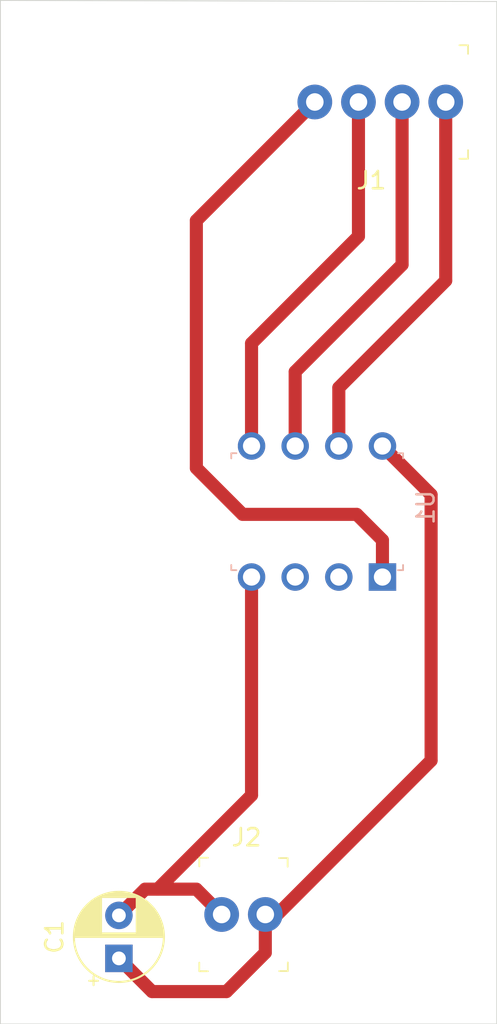
<source format=kicad_pcb>
(kicad_pcb (version 20171130) (host pcbnew "(5.1.6-0-10_14)")

  (general
    (thickness 1.6)
    (drawings 6)
    (tracks 32)
    (zones 0)
    (modules 4)
    (nets 9)
  )

  (page A4)
  (layers
    (0 F.Cu signal)
    (31 B.Cu signal)
    (32 B.Adhes user)
    (33 F.Adhes user)
    (34 B.Paste user)
    (35 F.Paste user)
    (36 B.SilkS user)
    (37 F.SilkS user)
    (38 B.Mask user)
    (39 F.Mask user)
    (40 Dwgs.User user)
    (41 Cmts.User user)
    (42 Eco1.User user)
    (43 Eco2.User user)
    (44 Edge.Cuts user)
    (45 Margin user)
    (46 B.CrtYd user)
    (47 F.CrtYd user)
    (48 B.Fab user)
    (49 F.Fab user)
  )

  (setup
    (last_trace_width 0.762)
    (user_trace_width 0.762)
    (trace_clearance 0.2)
    (zone_clearance 0.508)
    (zone_45_only no)
    (trace_min 0.2)
    (via_size 0.8)
    (via_drill 0.4)
    (via_min_size 0.4)
    (via_min_drill 0.3)
    (uvia_size 0.3)
    (uvia_drill 0.1)
    (uvias_allowed no)
    (uvia_min_size 0.2)
    (uvia_min_drill 0.1)
    (edge_width 0.05)
    (segment_width 0.2)
    (pcb_text_width 0.3)
    (pcb_text_size 1.5 1.5)
    (mod_edge_width 0.12)
    (mod_text_size 1 1)
    (mod_text_width 0.15)
    (pad_size 1.524 1.524)
    (pad_drill 0.762)
    (pad_to_mask_clearance 0.05)
    (aux_axis_origin 0 0)
    (visible_elements FFFFFF7F)
    (pcbplotparams
      (layerselection 0x01000_7fffffff)
      (usegerberextensions false)
      (usegerberattributes true)
      (usegerberadvancedattributes true)
      (creategerberjobfile true)
      (excludeedgelayer true)
      (linewidth 0.100000)
      (plotframeref false)
      (viasonmask false)
      (mode 1)
      (useauxorigin false)
      (hpglpennumber 1)
      (hpglpenspeed 20)
      (hpglpendiameter 15.000000)
      (psnegative false)
      (psa4output false)
      (plotreference true)
      (plotvalue true)
      (plotinvisibletext false)
      (padsonsilk false)
      (subtractmaskfromsilk false)
      (outputformat 1)
      (mirror false)
      (drillshape 0)
      (scaleselection 1)
      (outputdirectory "gerbers/"))
  )

  (net 0 "")
  (net 1 "Net-(C1-Pad2)")
  (net 2 "Net-(C1-Pad1)")
  (net 3 "Net-(J1-Pad4)")
  (net 4 "Net-(J1-Pad3)")
  (net 5 "Net-(J1-Pad2)")
  (net 6 "Net-(J1-Pad1)")
  (net 7 "Net-(U1-Pad3)")
  (net 8 "Net-(U1-Pad2)")

  (net_class Default "This is the default net class."
    (clearance 0.2)
    (trace_width 0.25)
    (via_dia 0.8)
    (via_drill 0.4)
    (uvia_dia 0.3)
    (uvia_drill 0.1)
    (add_net "Net-(C1-Pad1)")
    (add_net "Net-(C1-Pad2)")
    (add_net "Net-(J1-Pad1)")
    (add_net "Net-(J1-Pad2)")
    (add_net "Net-(J1-Pad3)")
    (add_net "Net-(J1-Pad4)")
    (add_net "Net-(U1-Pad2)")
    (add_net "Net-(U1-Pad3)")
  )

  (module digikey-footprints:DIP-8_W7.62mm (layer B.Cu) (tedit 5B86B3A2) (tstamp 5F3EE34C)
    (at 29.5783 -13.8049 90)
    (descr http://media.digikey.com/pdf/Data%20Sheets/Lite-On%20PDFs/6N137%20Series.pdf)
    (path /5F3EE661)
    (fp_text reference U1 (at 4.05 2.52 90) (layer B.SilkS)
      (effects (font (size 1 1) (thickness 0.15)) (justify mirror))
    )
    (fp_text value ATTINY85-20PU (at 3.94 -10.33 90) (layer B.Fab)
      (effects (font (size 1 1) (thickness 0.15)) (justify mirror))
    )
    (fp_text user REF** (at 3.94 -3.49 180) (layer B.Fab)
      (effects (font (size 1 1) (thickness 0.1)) (justify mirror))
    )
    (fp_line (start -1.05 -8.89) (end 8.67 -8.89) (layer B.CrtYd) (width 0.1))
    (fp_line (start -1.05 1.29) (end -1.05 -8.89) (layer B.CrtYd) (width 0.1))
    (fp_line (start 8.67 1.29) (end 8.67 -8.89) (layer B.CrtYd) (width 0.1))
    (fp_line (start -1.05 1.29) (end 8.67 1.29) (layer B.CrtYd) (width 0.1))
    (fp_line (start 0.4 0.9) (end 0.4 1.2) (layer B.SilkS) (width 0.1))
    (fp_line (start 0.4 1.2) (end 0.7 1.2) (layer B.SilkS) (width 0.1))
    (fp_line (start 7.2 0.9) (end 7.2 1.2) (layer B.SilkS) (width 0.1))
    (fp_line (start 7.2 1.2) (end 6.9 1.2) (layer B.SilkS) (width 0.1))
    (fp_line (start 7.2 -8.5) (end 7.2 -8.8) (layer B.SilkS) (width 0.1))
    (fp_line (start 7.2 -8.8) (end 6.9 -8.8) (layer B.SilkS) (width 0.1))
    (fp_line (start 0.4 -8.5) (end 0.4 -8.8) (layer B.SilkS) (width 0.1))
    (fp_line (start 0.4 -8.8) (end 0.7 -8.8) (layer B.SilkS) (width 0.1))
    (fp_line (start 0.55 -8.64) (end 7.05 -8.64) (layer B.Fab) (width 0.1))
    (fp_line (start 0.55 1.04) (end 7.05 1.04) (layer B.Fab) (width 0.1))
    (fp_line (start 7.05 1.04) (end 7.05 -8.64) (layer B.Fab) (width 0.1))
    (fp_line (start 0.55 1.04) (end 0.55 -8.64) (layer B.Fab) (width 0.1))
    (pad 8 thru_hole circle (at 7.62 0 90) (size 1.6 1.6) (drill 1) (layers *.Cu *.Mask)
      (net 2 "Net-(C1-Pad1)"))
    (pad 7 thru_hole circle (at 7.62 -2.54 90) (size 1.6 1.6) (drill 1) (layers *.Cu *.Mask)
      (net 6 "Net-(J1-Pad1)"))
    (pad 6 thru_hole circle (at 7.62 -5.08 90) (size 1.6 1.6) (drill 1) (layers *.Cu *.Mask)
      (net 5 "Net-(J1-Pad2)"))
    (pad 5 thru_hole circle (at 7.62 -7.62 90) (size 1.6 1.6) (drill 1) (layers *.Cu *.Mask)
      (net 4 "Net-(J1-Pad3)"))
    (pad 4 thru_hole circle (at 0 -7.62 90) (size 1.6 1.6) (drill 1) (layers *.Cu *.Mask)
      (net 1 "Net-(C1-Pad2)"))
    (pad 3 thru_hole circle (at 0 -5.08 90) (size 1.6 1.6) (drill 1) (layers *.Cu *.Mask)
      (net 7 "Net-(U1-Pad3)"))
    (pad 2 thru_hole circle (at 0 -2.54 90) (size 1.6 1.6) (drill 1) (layers *.Cu *.Mask)
      (net 8 "Net-(U1-Pad2)"))
    (pad 1 thru_hole rect (at 0 0 90) (size 1.6 1.6) (drill 1) (layers *.Cu *.Mask)
      (net 3 "Net-(J1-Pad4)"))
    (model ${KISYS3DMOD}/Housings_DIP.3dshapes/DIP-8_W7.62mm.wrl
      (at (xyz 0 0 0))
      (scale (xyz 1 1 1))
      (rotate (xyz 0 0 0))
    )
  )

  (module digikey-footprints:PinHeader_1x2_P2.54mm_Drill1.02mm (layer F.Cu) (tedit 5A4BC55F) (tstamp 5F3EFB0E)
    (at 20.2184 5.8166)
    (descr http://www.molex.com/pdm_docs/sd/022232031_sd.pdf)
    (path /5F3F1619)
    (fp_text reference J2 (at 1.45 -4.48) (layer F.SilkS)
      (effects (font (size 1 1) (thickness 0.15)))
    )
    (fp_text value 22-23-2021 (at 1.23 4.72) (layer F.Fab)
      (effects (font (size 1 1) (thickness 0.15)))
    )
    (fp_text user %R (at 1.25 0.03 180) (layer F.Fab)
      (effects (font (size 1 1) (thickness 0.15)))
    )
    (fp_line (start 3.98 3.42) (end -1.45 3.42) (layer F.CrtYd) (width 0.05))
    (fp_line (start -1.45 -3.42) (end -1.45 3.42) (layer F.CrtYd) (width 0.05))
    (fp_line (start 3.98 -3.42) (end 3.98 3.42) (layer F.CrtYd) (width 0.05))
    (fp_line (start 3.98 -3.42) (end -1.45 -3.42) (layer F.CrtYd) (width 0.05))
    (fp_line (start 3.84 -3.28) (end 3.84 -2.78) (layer F.SilkS) (width 0.1))
    (fp_line (start 3.84 -3.28) (end 3.34 -3.28) (layer F.SilkS) (width 0.1))
    (fp_line (start -1.3 -3.3) (end -1.3 -2.8) (layer F.SilkS) (width 0.1))
    (fp_line (start -1.3 -3.3) (end -0.8 -3.3) (layer F.SilkS) (width 0.1))
    (fp_line (start -1.3 3.3) (end -1.3 2.8) (layer F.SilkS) (width 0.1))
    (fp_line (start -1.3 3.3) (end -0.8 3.3) (layer F.SilkS) (width 0.1))
    (fp_line (start 3.85 3.29) (end 3.85 2.79) (layer F.SilkS) (width 0.1))
    (fp_line (start 3.85 3.29) (end 3.35 3.29) (layer F.SilkS) (width 0.1))
    (fp_line (start -1.2 3.17) (end 3.73 3.17) (layer F.Fab) (width 0.1))
    (fp_line (start 3.73 -3.17) (end 3.73 3.17) (layer F.Fab) (width 0.1))
    (fp_line (start -1.2 -3.17) (end -1.2 3.17) (layer F.Fab) (width 0.1))
    (fp_line (start -1.2 -3.17) (end 3.73 -3.17) (layer F.Fab) (width 0.1))
    (pad 2 thru_hole circle (at 2.54 0) (size 2.02 2.02) (drill 1.02) (layers *.Cu *.Mask)
      (net 2 "Net-(C1-Pad1)"))
    (pad 1 thru_hole circle (at 0 0) (size 2.02 2.02) (drill 1.02) (layers *.Cu *.Mask)
      (net 1 "Net-(C1-Pad2)"))
  )

  (module digikey-footprints:PinHeader_1x4_P2.54mm_Drill1.02mm (layer F.Cu) (tedit 5A43C936) (tstamp 5F3EE318)
    (at 33.2613 -41.4274 180)
    (descr http://www.molex.com/pdm_docs/sd/022232031_sd.pdf)
    (path /5F3EF266)
    (fp_text reference J1 (at 4.33 -4.56) (layer F.SilkS)
      (effects (font (size 1 1) (thickness 0.15)))
    )
    (fp_text value 0022232041 (at 4.08 4.52) (layer F.Fab)
      (effects (font (size 1 1) (thickness 0.15)))
    )
    (fp_text user %R (at 4.17 0) (layer F.Fab)
      (effects (font (size 1 1) (thickness 0.15)))
    )
    (fp_line (start 9.06 -3.42) (end 9.06 3.42) (layer F.CrtYd) (width 0.05))
    (fp_line (start 8.81 -3.17) (end 8.81 3.17) (layer F.Fab) (width 0.1))
    (fp_line (start -1.2 3.17) (end 8.81 3.17) (layer F.Fab) (width 0.1))
    (fp_line (start 9.06 3.42) (end -1.45 3.42) (layer F.CrtYd) (width 0.05))
    (fp_line (start -1.45 -3.42) (end -1.45 3.42) (layer F.CrtYd) (width 0.05))
    (fp_line (start 9.06 -3.42) (end -1.45 -3.42) (layer F.CrtYd) (width 0.05))
    (fp_line (start -1.3 -3.3) (end -1.3 -2.8) (layer F.SilkS) (width 0.1))
    (fp_line (start -1.3 -3.3) (end -0.8 -3.3) (layer F.SilkS) (width 0.1))
    (fp_line (start -1.3 3.3) (end -1.3 2.8) (layer F.SilkS) (width 0.1))
    (fp_line (start -1.3 3.3) (end -0.8 3.3) (layer F.SilkS) (width 0.1))
    (fp_line (start -1.2 -3.17) (end -1.2 3.17) (layer F.Fab) (width 0.1))
    (fp_line (start -1.2 -3.17) (end 8.81 -3.17) (layer F.Fab) (width 0.1))
    (pad 4 thru_hole circle (at 7.62 0 180) (size 2.02 2.02) (drill 1.02) (layers *.Cu *.Mask)
      (net 3 "Net-(J1-Pad4)"))
    (pad 3 thru_hole circle (at 5.08 0 180) (size 2.02 2.02) (drill 1.02) (layers *.Cu *.Mask)
      (net 4 "Net-(J1-Pad3)"))
    (pad 2 thru_hole circle (at 2.54 0 180) (size 2.02 2.02) (drill 1.02) (layers *.Cu *.Mask)
      (net 5 "Net-(J1-Pad2)"))
    (pad 1 thru_hole circle (at 0 0 180) (size 2.02 2.02) (drill 1.02) (layers *.Cu *.Mask)
      (net 6 "Net-(J1-Pad1)"))
  )

  (module Capacitor_THT:CP_Radial_D5.0mm_P2.50mm (layer F.Cu) (tedit 5AE50EF0) (tstamp 5F3EE303)
    (at 14.2367 8.3693 90)
    (descr "CP, Radial series, Radial, pin pitch=2.50mm, , diameter=5mm, Electrolytic Capacitor")
    (tags "CP Radial series Radial pin pitch 2.50mm  diameter 5mm Electrolytic Capacitor")
    (path /5F3F7A0E)
    (fp_text reference C1 (at 1.25 -3.75 90) (layer F.SilkS)
      (effects (font (size 1 1) (thickness 0.15)))
    )
    (fp_text value CP (at 1.25 3.75 90) (layer F.Fab)
      (effects (font (size 1 1) (thickness 0.15)))
    )
    (fp_text user %R (at 1.25 0 90) (layer F.Fab)
      (effects (font (size 1 1) (thickness 0.15)))
    )
    (fp_circle (center 1.25 0) (end 3.75 0) (layer F.Fab) (width 0.1))
    (fp_circle (center 1.25 0) (end 3.87 0) (layer F.SilkS) (width 0.12))
    (fp_circle (center 1.25 0) (end 4 0) (layer F.CrtYd) (width 0.05))
    (fp_line (start -0.883605 -1.0875) (end -0.383605 -1.0875) (layer F.Fab) (width 0.1))
    (fp_line (start -0.633605 -1.3375) (end -0.633605 -0.8375) (layer F.Fab) (width 0.1))
    (fp_line (start 1.25 -2.58) (end 1.25 2.58) (layer F.SilkS) (width 0.12))
    (fp_line (start 1.29 -2.58) (end 1.29 2.58) (layer F.SilkS) (width 0.12))
    (fp_line (start 1.33 -2.579) (end 1.33 2.579) (layer F.SilkS) (width 0.12))
    (fp_line (start 1.37 -2.578) (end 1.37 2.578) (layer F.SilkS) (width 0.12))
    (fp_line (start 1.41 -2.576) (end 1.41 2.576) (layer F.SilkS) (width 0.12))
    (fp_line (start 1.45 -2.573) (end 1.45 2.573) (layer F.SilkS) (width 0.12))
    (fp_line (start 1.49 -2.569) (end 1.49 -1.04) (layer F.SilkS) (width 0.12))
    (fp_line (start 1.49 1.04) (end 1.49 2.569) (layer F.SilkS) (width 0.12))
    (fp_line (start 1.53 -2.565) (end 1.53 -1.04) (layer F.SilkS) (width 0.12))
    (fp_line (start 1.53 1.04) (end 1.53 2.565) (layer F.SilkS) (width 0.12))
    (fp_line (start 1.57 -2.561) (end 1.57 -1.04) (layer F.SilkS) (width 0.12))
    (fp_line (start 1.57 1.04) (end 1.57 2.561) (layer F.SilkS) (width 0.12))
    (fp_line (start 1.61 -2.556) (end 1.61 -1.04) (layer F.SilkS) (width 0.12))
    (fp_line (start 1.61 1.04) (end 1.61 2.556) (layer F.SilkS) (width 0.12))
    (fp_line (start 1.65 -2.55) (end 1.65 -1.04) (layer F.SilkS) (width 0.12))
    (fp_line (start 1.65 1.04) (end 1.65 2.55) (layer F.SilkS) (width 0.12))
    (fp_line (start 1.69 -2.543) (end 1.69 -1.04) (layer F.SilkS) (width 0.12))
    (fp_line (start 1.69 1.04) (end 1.69 2.543) (layer F.SilkS) (width 0.12))
    (fp_line (start 1.73 -2.536) (end 1.73 -1.04) (layer F.SilkS) (width 0.12))
    (fp_line (start 1.73 1.04) (end 1.73 2.536) (layer F.SilkS) (width 0.12))
    (fp_line (start 1.77 -2.528) (end 1.77 -1.04) (layer F.SilkS) (width 0.12))
    (fp_line (start 1.77 1.04) (end 1.77 2.528) (layer F.SilkS) (width 0.12))
    (fp_line (start 1.81 -2.52) (end 1.81 -1.04) (layer F.SilkS) (width 0.12))
    (fp_line (start 1.81 1.04) (end 1.81 2.52) (layer F.SilkS) (width 0.12))
    (fp_line (start 1.85 -2.511) (end 1.85 -1.04) (layer F.SilkS) (width 0.12))
    (fp_line (start 1.85 1.04) (end 1.85 2.511) (layer F.SilkS) (width 0.12))
    (fp_line (start 1.89 -2.501) (end 1.89 -1.04) (layer F.SilkS) (width 0.12))
    (fp_line (start 1.89 1.04) (end 1.89 2.501) (layer F.SilkS) (width 0.12))
    (fp_line (start 1.93 -2.491) (end 1.93 -1.04) (layer F.SilkS) (width 0.12))
    (fp_line (start 1.93 1.04) (end 1.93 2.491) (layer F.SilkS) (width 0.12))
    (fp_line (start 1.971 -2.48) (end 1.971 -1.04) (layer F.SilkS) (width 0.12))
    (fp_line (start 1.971 1.04) (end 1.971 2.48) (layer F.SilkS) (width 0.12))
    (fp_line (start 2.011 -2.468) (end 2.011 -1.04) (layer F.SilkS) (width 0.12))
    (fp_line (start 2.011 1.04) (end 2.011 2.468) (layer F.SilkS) (width 0.12))
    (fp_line (start 2.051 -2.455) (end 2.051 -1.04) (layer F.SilkS) (width 0.12))
    (fp_line (start 2.051 1.04) (end 2.051 2.455) (layer F.SilkS) (width 0.12))
    (fp_line (start 2.091 -2.442) (end 2.091 -1.04) (layer F.SilkS) (width 0.12))
    (fp_line (start 2.091 1.04) (end 2.091 2.442) (layer F.SilkS) (width 0.12))
    (fp_line (start 2.131 -2.428) (end 2.131 -1.04) (layer F.SilkS) (width 0.12))
    (fp_line (start 2.131 1.04) (end 2.131 2.428) (layer F.SilkS) (width 0.12))
    (fp_line (start 2.171 -2.414) (end 2.171 -1.04) (layer F.SilkS) (width 0.12))
    (fp_line (start 2.171 1.04) (end 2.171 2.414) (layer F.SilkS) (width 0.12))
    (fp_line (start 2.211 -2.398) (end 2.211 -1.04) (layer F.SilkS) (width 0.12))
    (fp_line (start 2.211 1.04) (end 2.211 2.398) (layer F.SilkS) (width 0.12))
    (fp_line (start 2.251 -2.382) (end 2.251 -1.04) (layer F.SilkS) (width 0.12))
    (fp_line (start 2.251 1.04) (end 2.251 2.382) (layer F.SilkS) (width 0.12))
    (fp_line (start 2.291 -2.365) (end 2.291 -1.04) (layer F.SilkS) (width 0.12))
    (fp_line (start 2.291 1.04) (end 2.291 2.365) (layer F.SilkS) (width 0.12))
    (fp_line (start 2.331 -2.348) (end 2.331 -1.04) (layer F.SilkS) (width 0.12))
    (fp_line (start 2.331 1.04) (end 2.331 2.348) (layer F.SilkS) (width 0.12))
    (fp_line (start 2.371 -2.329) (end 2.371 -1.04) (layer F.SilkS) (width 0.12))
    (fp_line (start 2.371 1.04) (end 2.371 2.329) (layer F.SilkS) (width 0.12))
    (fp_line (start 2.411 -2.31) (end 2.411 -1.04) (layer F.SilkS) (width 0.12))
    (fp_line (start 2.411 1.04) (end 2.411 2.31) (layer F.SilkS) (width 0.12))
    (fp_line (start 2.451 -2.29) (end 2.451 -1.04) (layer F.SilkS) (width 0.12))
    (fp_line (start 2.451 1.04) (end 2.451 2.29) (layer F.SilkS) (width 0.12))
    (fp_line (start 2.491 -2.268) (end 2.491 -1.04) (layer F.SilkS) (width 0.12))
    (fp_line (start 2.491 1.04) (end 2.491 2.268) (layer F.SilkS) (width 0.12))
    (fp_line (start 2.531 -2.247) (end 2.531 -1.04) (layer F.SilkS) (width 0.12))
    (fp_line (start 2.531 1.04) (end 2.531 2.247) (layer F.SilkS) (width 0.12))
    (fp_line (start 2.571 -2.224) (end 2.571 -1.04) (layer F.SilkS) (width 0.12))
    (fp_line (start 2.571 1.04) (end 2.571 2.224) (layer F.SilkS) (width 0.12))
    (fp_line (start 2.611 -2.2) (end 2.611 -1.04) (layer F.SilkS) (width 0.12))
    (fp_line (start 2.611 1.04) (end 2.611 2.2) (layer F.SilkS) (width 0.12))
    (fp_line (start 2.651 -2.175) (end 2.651 -1.04) (layer F.SilkS) (width 0.12))
    (fp_line (start 2.651 1.04) (end 2.651 2.175) (layer F.SilkS) (width 0.12))
    (fp_line (start 2.691 -2.149) (end 2.691 -1.04) (layer F.SilkS) (width 0.12))
    (fp_line (start 2.691 1.04) (end 2.691 2.149) (layer F.SilkS) (width 0.12))
    (fp_line (start 2.731 -2.122) (end 2.731 -1.04) (layer F.SilkS) (width 0.12))
    (fp_line (start 2.731 1.04) (end 2.731 2.122) (layer F.SilkS) (width 0.12))
    (fp_line (start 2.771 -2.095) (end 2.771 -1.04) (layer F.SilkS) (width 0.12))
    (fp_line (start 2.771 1.04) (end 2.771 2.095) (layer F.SilkS) (width 0.12))
    (fp_line (start 2.811 -2.065) (end 2.811 -1.04) (layer F.SilkS) (width 0.12))
    (fp_line (start 2.811 1.04) (end 2.811 2.065) (layer F.SilkS) (width 0.12))
    (fp_line (start 2.851 -2.035) (end 2.851 -1.04) (layer F.SilkS) (width 0.12))
    (fp_line (start 2.851 1.04) (end 2.851 2.035) (layer F.SilkS) (width 0.12))
    (fp_line (start 2.891 -2.004) (end 2.891 -1.04) (layer F.SilkS) (width 0.12))
    (fp_line (start 2.891 1.04) (end 2.891 2.004) (layer F.SilkS) (width 0.12))
    (fp_line (start 2.931 -1.971) (end 2.931 -1.04) (layer F.SilkS) (width 0.12))
    (fp_line (start 2.931 1.04) (end 2.931 1.971) (layer F.SilkS) (width 0.12))
    (fp_line (start 2.971 -1.937) (end 2.971 -1.04) (layer F.SilkS) (width 0.12))
    (fp_line (start 2.971 1.04) (end 2.971 1.937) (layer F.SilkS) (width 0.12))
    (fp_line (start 3.011 -1.901) (end 3.011 -1.04) (layer F.SilkS) (width 0.12))
    (fp_line (start 3.011 1.04) (end 3.011 1.901) (layer F.SilkS) (width 0.12))
    (fp_line (start 3.051 -1.864) (end 3.051 -1.04) (layer F.SilkS) (width 0.12))
    (fp_line (start 3.051 1.04) (end 3.051 1.864) (layer F.SilkS) (width 0.12))
    (fp_line (start 3.091 -1.826) (end 3.091 -1.04) (layer F.SilkS) (width 0.12))
    (fp_line (start 3.091 1.04) (end 3.091 1.826) (layer F.SilkS) (width 0.12))
    (fp_line (start 3.131 -1.785) (end 3.131 -1.04) (layer F.SilkS) (width 0.12))
    (fp_line (start 3.131 1.04) (end 3.131 1.785) (layer F.SilkS) (width 0.12))
    (fp_line (start 3.171 -1.743) (end 3.171 -1.04) (layer F.SilkS) (width 0.12))
    (fp_line (start 3.171 1.04) (end 3.171 1.743) (layer F.SilkS) (width 0.12))
    (fp_line (start 3.211 -1.699) (end 3.211 -1.04) (layer F.SilkS) (width 0.12))
    (fp_line (start 3.211 1.04) (end 3.211 1.699) (layer F.SilkS) (width 0.12))
    (fp_line (start 3.251 -1.653) (end 3.251 -1.04) (layer F.SilkS) (width 0.12))
    (fp_line (start 3.251 1.04) (end 3.251 1.653) (layer F.SilkS) (width 0.12))
    (fp_line (start 3.291 -1.605) (end 3.291 -1.04) (layer F.SilkS) (width 0.12))
    (fp_line (start 3.291 1.04) (end 3.291 1.605) (layer F.SilkS) (width 0.12))
    (fp_line (start 3.331 -1.554) (end 3.331 -1.04) (layer F.SilkS) (width 0.12))
    (fp_line (start 3.331 1.04) (end 3.331 1.554) (layer F.SilkS) (width 0.12))
    (fp_line (start 3.371 -1.5) (end 3.371 -1.04) (layer F.SilkS) (width 0.12))
    (fp_line (start 3.371 1.04) (end 3.371 1.5) (layer F.SilkS) (width 0.12))
    (fp_line (start 3.411 -1.443) (end 3.411 -1.04) (layer F.SilkS) (width 0.12))
    (fp_line (start 3.411 1.04) (end 3.411 1.443) (layer F.SilkS) (width 0.12))
    (fp_line (start 3.451 -1.383) (end 3.451 -1.04) (layer F.SilkS) (width 0.12))
    (fp_line (start 3.451 1.04) (end 3.451 1.383) (layer F.SilkS) (width 0.12))
    (fp_line (start 3.491 -1.319) (end 3.491 -1.04) (layer F.SilkS) (width 0.12))
    (fp_line (start 3.491 1.04) (end 3.491 1.319) (layer F.SilkS) (width 0.12))
    (fp_line (start 3.531 -1.251) (end 3.531 -1.04) (layer F.SilkS) (width 0.12))
    (fp_line (start 3.531 1.04) (end 3.531 1.251) (layer F.SilkS) (width 0.12))
    (fp_line (start 3.571 -1.178) (end 3.571 1.178) (layer F.SilkS) (width 0.12))
    (fp_line (start 3.611 -1.098) (end 3.611 1.098) (layer F.SilkS) (width 0.12))
    (fp_line (start 3.651 -1.011) (end 3.651 1.011) (layer F.SilkS) (width 0.12))
    (fp_line (start 3.691 -0.915) (end 3.691 0.915) (layer F.SilkS) (width 0.12))
    (fp_line (start 3.731 -0.805) (end 3.731 0.805) (layer F.SilkS) (width 0.12))
    (fp_line (start 3.771 -0.677) (end 3.771 0.677) (layer F.SilkS) (width 0.12))
    (fp_line (start 3.811 -0.518) (end 3.811 0.518) (layer F.SilkS) (width 0.12))
    (fp_line (start 3.851 -0.284) (end 3.851 0.284) (layer F.SilkS) (width 0.12))
    (fp_line (start -1.554775 -1.475) (end -1.054775 -1.475) (layer F.SilkS) (width 0.12))
    (fp_line (start -1.304775 -1.725) (end -1.304775 -1.225) (layer F.SilkS) (width 0.12))
    (pad 2 thru_hole circle (at 2.5 0 90) (size 1.6 1.6) (drill 0.8) (layers *.Cu *.Mask)
      (net 1 "Net-(C1-Pad2)"))
    (pad 1 thru_hole rect (at 0 0 90) (size 1.6 1.6) (drill 0.8) (layers *.Cu *.Mask)
      (net 2 "Net-(C1-Pad1)"))
    (model ${KISYS3DMOD}/Capacitor_THT.3dshapes/CP_Radial_D5.0mm_P2.50mm.wrl
      (at (xyz 0 0 0))
      (scale (xyz 1 1 1))
      (rotate (xyz 0 0 0))
    )
  )

  (gr_line (start 36.2331 -47.2694) (end 36.2331 12.1793) (layer Edge.Cuts) (width 0.05) (tstamp 5F3EFD4B))
  (gr_line (start 7.3406 -47.3329) (end 36.2331 -47.2694) (layer Edge.Cuts) (width 0.05))
  (gr_line (start 7.3406 12.1793) (end 7.3406 -47.3329) (layer Edge.Cuts) (width 0.05))
  (gr_line (start 36.2331 12.1793) (end 7.3406 12.1793) (layer Edge.Cuts) (width 0.05))
  (dimension 47.269415 (width 0.15) (layer Dwgs.User)
    (gr_text "1.8610 in" (at 19.877313 -17.820509 89.95381856) (layer Dwgs.User)
      (effects (font (size 1 1) (thickness 0.15)))
    )
    (feature1 (pts (xy 22.8854 -41.4528) (xy 20.609942 -41.454634)))
    (feature2 (pts (xy 22.8473 5.8166) (xy 20.571842 5.814766)))
    (crossbar (pts (xy 21.158263 5.815239) (xy 21.196363 -41.454161)))
    (arrow1a (pts (xy 21.196363 -41.454161) (xy 21.781876 -40.327185)))
    (arrow1b (pts (xy 21.196363 -41.454161) (xy 20.609034 -40.32813)))
    (arrow2a (pts (xy 21.158263 5.815239) (xy 21.745592 4.689208)))
    (arrow2b (pts (xy 21.158263 5.815239) (xy 20.57275 4.688263)))
  )
  (dimension 54.204606 (width 0.15) (layer Dwgs.User)
    (gr_text "2.1340 in" (at 27.162767 -17.835337 -89.65096724) (layer Dwgs.User)
      (effects (font (size 1 1) (thickness 0.15)))
    )
    (feature1 (pts (xy 24.4983 9.2837) (xy 26.6143 9.27081)))
    (feature2 (pts (xy 24.1681 -44.9199) (xy 26.2841 -44.93279)))
    (crossbar (pts (xy 25.697691 -44.929218) (xy 26.027891 9.274382)))
    (arrow1a (pts (xy 26.027891 9.274382) (xy 25.434619 8.151471)))
    (arrow1b (pts (xy 26.027891 9.274382) (xy 26.607438 8.144327)))
    (arrow2a (pts (xy 25.697691 -44.929218) (xy 25.118144 -43.799163)))
    (arrow2b (pts (xy 25.697691 -44.929218) (xy 26.290963 -43.806307)))
  )

  (segment (start 18.7452 4.3434) (end 20.2184 5.8166) (width 0.762) (layer F.Cu) (net 1))
  (segment (start 14.2367 5.8693) (end 15.7626 4.3434) (width 0.762) (layer F.Cu) (net 1))
  (segment (start 21.9583 -1.1176) (end 16.4973 4.3434) (width 0.762) (layer F.Cu) (net 1))
  (segment (start 21.9583 -13.8049) (end 21.9583 -1.1176) (width 0.762) (layer F.Cu) (net 1))
  (segment (start 16.4973 4.3434) (end 18.7452 4.3434) (width 0.762) (layer F.Cu) (net 1))
  (segment (start 15.7626 4.3434) (end 16.4973 4.3434) (width 0.762) (layer F.Cu) (net 1))
  (segment (start 23.4569 5.8166) (end 22.7584 5.8166) (width 0.762) (layer F.Cu) (net 2))
  (segment (start 32.4104 -18.5928) (end 32.4104 -3.1369) (width 0.762) (layer F.Cu) (net 2))
  (segment (start 32.4104 -3.1369) (end 23.4569 5.8166) (width 0.762) (layer F.Cu) (net 2))
  (segment (start 29.5783 -21.4249) (end 32.4104 -18.5928) (width 0.762) (layer F.Cu) (net 2))
  (segment (start 22.7584 5.8166) (end 22.7584 8.0391) (width 0.762) (layer F.Cu) (net 2))
  (segment (start 22.7584 8.0391) (end 20.4978 10.2997) (width 0.762) (layer F.Cu) (net 2))
  (segment (start 16.1671 10.2997) (end 14.2367 8.3693) (width 0.762) (layer F.Cu) (net 2))
  (segment (start 20.4978 10.2997) (end 16.1671 10.2997) (width 0.762) (layer F.Cu) (net 2))
  (segment (start 29.5783 -13.8049) (end 29.5783 -15.9512) (width 0.762) (layer F.Cu) (net 3))
  (segment (start 29.5783 -15.9512) (end 28.0797 -17.4498) (width 0.762) (layer F.Cu) (net 3))
  (segment (start 28.0797 -17.4498) (end 21.4376 -17.4498) (width 0.762) (layer F.Cu) (net 3))
  (segment (start 21.4376 -17.4498) (end 18.7452 -20.1422) (width 0.762) (layer F.Cu) (net 3))
  (segment (start 18.7452 -34.5313) (end 25.6413 -41.4274) (width 0.762) (layer F.Cu) (net 3))
  (segment (start 18.7452 -20.1422) (end 18.7452 -34.5313) (width 0.762) (layer F.Cu) (net 3))
  (segment (start 28.194 -41.4147) (end 28.1813 -41.4274) (width 1.524) (layer F.Cu) (net 4))
  (segment (start 21.9583 -21.4249) (end 21.9583 -27.3939) (width 0.762) (layer F.Cu) (net 4))
  (segment (start 28.1813 -33.6169) (end 28.1813 -41.4274) (width 0.762) (layer F.Cu) (net 4))
  (segment (start 21.9583 -27.3939) (end 28.1813 -33.6169) (width 0.762) (layer F.Cu) (net 4))
  (segment (start 30.734 -41.4147) (end 30.7213 -41.4274) (width 1.524) (layer F.Cu) (net 5))
  (segment (start 24.4983 -21.4249) (end 24.4983 -25.7429) (width 0.762) (layer F.Cu) (net 5))
  (segment (start 30.7213 -31.9659) (end 30.7213 -41.4274) (width 0.762) (layer F.Cu) (net 5))
  (segment (start 24.4983 -25.7429) (end 30.7213 -31.9659) (width 0.762) (layer F.Cu) (net 5))
  (segment (start 33.274 -41.4147) (end 33.2613 -41.4274) (width 1.524) (layer F.Cu) (net 6))
  (segment (start 33.2613 -31.0388) (end 33.2613 -41.4274) (width 0.762) (layer F.Cu) (net 6))
  (segment (start 27.0383 -24.8158) (end 33.2613 -31.0388) (width 0.762) (layer F.Cu) (net 6))
  (segment (start 27.0383 -21.4249) (end 27.0383 -24.8158) (width 0.762) (layer F.Cu) (net 6))

)

</source>
